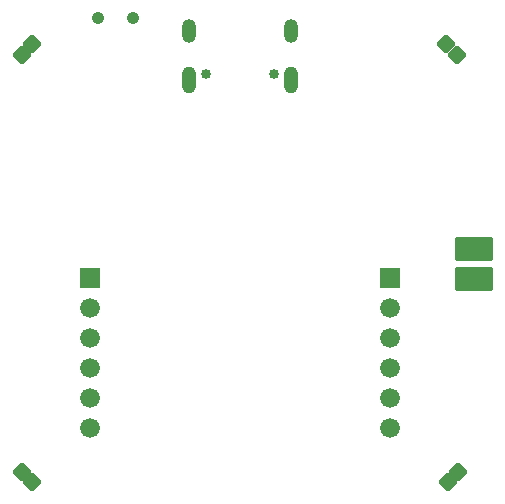
<source format=gbs>
G04 Layer: BottomSolderMaskLayer*
G04 EasyEDA Pro v2.2.40.8, 2025-10-27 13:57:15*
G04 Gerber Generator version 0.3*
G04 Scale: 100 percent, Rotated: No, Reflected: No*
G04 Dimensions in millimeters*
G04 Leading zeros omitted, absolute positions, 4 integers and 5 decimals*
G04 Generated by one-click*
%FSLAX45Y45*%
%MOMM*%
%AMRoundRect*1,1,$1,$2,$3*1,1,$1,$4,$5*1,1,$1,0-$2,0-$3*1,1,$1,0-$4,0-$5*20,1,$1,$2,$3,$4,$5,0*20,1,$1,$4,$5,0-$2,0-$3,0*20,1,$1,0-$2,0-$3,0-$4,0-$5,0*20,1,$1,0-$4,0-$5,$2,$3,0*4,1,4,$2,$3,$4,$5,0-$2,0-$3,0-$4,0-$5,$2,$3,0*%
%ADD10C,0.85319*%
%ADD11C,1.05308*%
%ADD12RoundRect,0.17417X-0.73895X0.0X0.0X0.73895*%
%ADD13RoundRect,0.18182X-1.50909X0.90914X1.50909X0.90914*%
%ADD14O,1.2X2.30007*%
%ADD15O,1.2X2.0001*%
%ADD16RoundRect,0.14004X-0.79358X0.79358X0.79358X0.79358*%
%ADD17C,1.6844*%
%ADD18C,1.6764*%
G75*


G04 Pad Start*
G54D10*
G01X4187901Y8756193D03*
G01X3609899Y8756193D03*
G54D11*
G01X2994812Y9230309D03*
G01X2694788Y9230309D03*
G54D12*
G01X2139696Y9010396D03*
G01X2051304Y8922004D03*
G01X2051304Y5390896D03*
G01X2139696Y5302504D03*
G01X5658079Y5302504D03*
G01X5746496Y5390896D03*
G01X5733796Y8922004D03*
G01X5645404Y9010396D03*
G54D13*
G01X5880100Y7025107D03*
G01X5880100Y7275093D03*
G54D14*
G01X4330903Y8706256D03*
G01X3466897Y8706256D03*
G54D15*
G01X4330903Y9121242D03*
G01X3466897Y9121242D03*
G54D16*
G01X5168900Y7035775D03*
G54D18*
G01X5168900Y6781775D03*
G01X5168900Y6527775D03*
G01X5168900Y6273775D03*
G01X5168900Y6019775D03*
G01X5168900Y5765775D03*
G54D16*
G01X2628900Y7035775D03*
G54D18*
G01X2628900Y6781775D03*
G01X2628900Y6527775D03*
G01X2628900Y6273775D03*
G01X2628900Y6019775D03*
G01X2628900Y5765775D03*
G04 Pad End*

M02*


</source>
